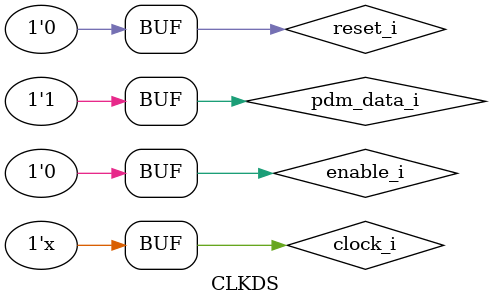
<source format=sv>
`timescale 1ns / 1ps


module CLKDS();

 logic clock_i = 1'b0;
 logic reset_i;
 logic enable_i;
 logic done_o;
 logic [15:0]data_o;
 logic pdm_clk_o;
 logic pdm_data_i;
 logic pdm_lrsel_o;
 
 parameter Time_Period = 10, Delay = 100;
 
 Deserializer DUT(
 .clock_i(clock_i), 
 .reset_i(reset_i), 
 .enable_i(enable_i),
 .done_o(done_o), 
 .data_o(data_o), 
 .pdm_clk_o(pdm_clk_o), 
 .pdm_data_i(pdm_data_i),
 .pdm_lrsel_o(pdm_lrsel_o));
 
 always
 #(Time_Period/2)clock_i = ~clock_i;
 initial begin
 reset_i = 1;
 
 #100
 reset_i = 0;
 pdm_data_i = 1;
 enable_i = 1;
 

 #15000
 enable_i = 1;
 
 #15000
  enable_i = 1;
  
 #15000
  enable_i = 1;
   
 #15000
   enable_i = 0;
 
 
end


endmodule

</source>
